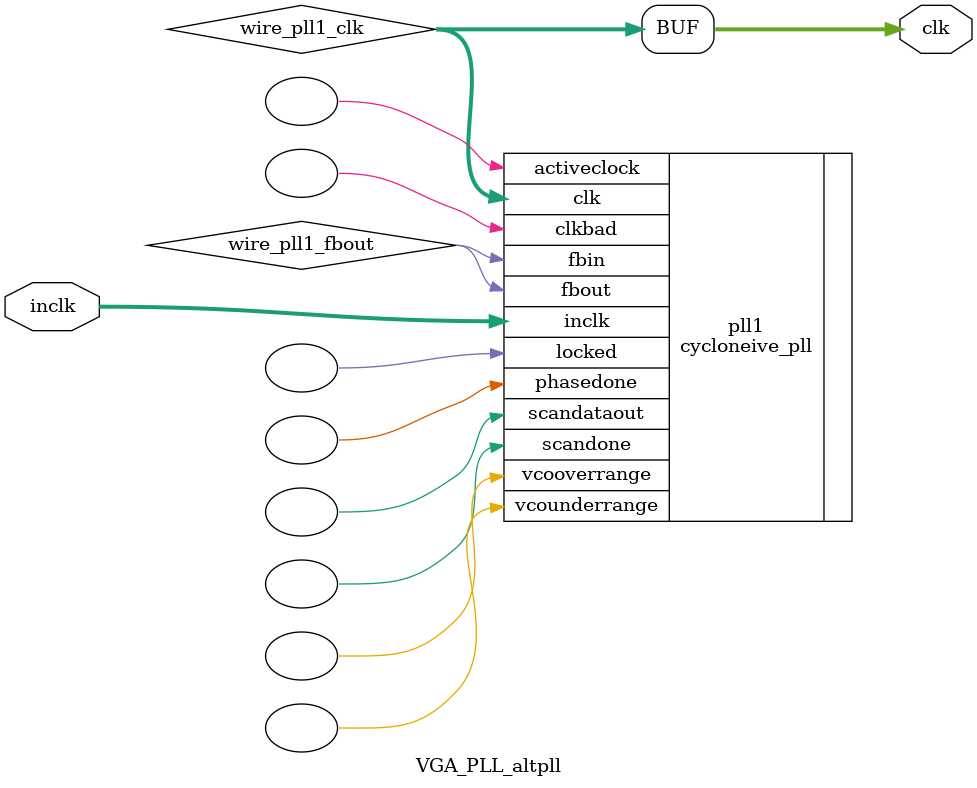
<source format=v>






//synthesis_resources = cycloneive_pll 1 
//synopsys translate_off
`timescale 1 ps / 1 ps
//synopsys translate_on
module  VGA_PLL_altpll
	( 
	clk,
	inclk) /* synthesis synthesis_clearbox=1 */;
	output   [4:0]  clk;
	input   [1:0]  inclk;
`ifndef ALTERA_RESERVED_QIS
// synopsys translate_off
`endif
	tri0   [1:0]  inclk;
`ifndef ALTERA_RESERVED_QIS
// synopsys translate_on
`endif

	wire  [4:0]   wire_pll1_clk;
	wire  wire_pll1_fbout;

	cycloneive_pll   pll1
	( 
	.activeclock(),
	.clk(wire_pll1_clk),
	.clkbad(),
	.fbin(wire_pll1_fbout),
	.fbout(wire_pll1_fbout),
	.inclk(inclk),
	.locked(),
	.phasedone(),
	.scandataout(),
	.scandone(),
	.vcooverrange(),
	.vcounderrange()
	`ifndef FORMAL_VERIFICATION
	// synopsys translate_off
	`endif
	,
	.areset(1'b0),
	.clkswitch(1'b0),
	.configupdate(1'b0),
	.pfdena(1'b1),
	.phasecounterselect({3{1'b0}}),
	.phasestep(1'b0),
	.phaseupdown(1'b0),
	.scanclk(1'b0),
	.scanclkena(1'b1),
	.scandata(1'b0)
	`ifndef FORMAL_VERIFICATION
	// synopsys translate_on
	`endif
	);
	defparam
		pll1.bandwidth_type = "auto",
		pll1.clk0_divide_by = 1600,
		pll1.clk0_duty_cycle = 50,
		pll1.clk0_multiply_by = 847,
		pll1.clk0_phase_shift = "0",
		pll1.clk1_divide_by = 40000000,
		pll1.clk1_duty_cycle = 50,
		pll1.clk1_multiply_by = 31469,
		pll1.clk1_phase_shift = "0",
		pll1.clk2_divide_by = 800000,
		pll1.clk2_duty_cycle = 50,
		pll1.clk2_multiply_by = 959,
		pll1.clk2_phase_shift = "0",
		pll1.compensate_clock = "clk0",
		pll1.inclk0_input_frequency = 25000,
		pll1.operation_mode = "normal",
		pll1.pll_type = "auto",
		pll1.lpm_type = "cycloneive_pll";
	assign
		clk = {wire_pll1_clk[4:0]};
endmodule //VGA_PLL_altpll
//VALID FILE

</source>
